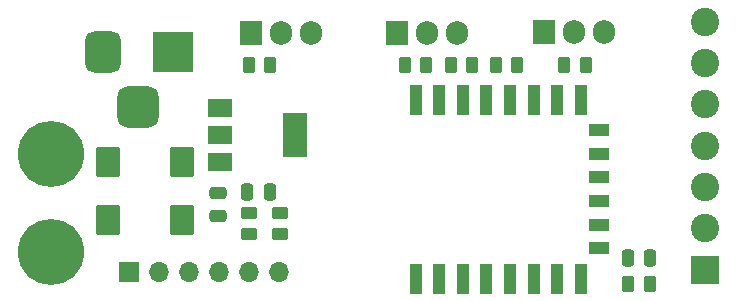
<source format=gbr>
%TF.GenerationSoftware,KiCad,Pcbnew,7.0.6*%
%TF.CreationDate,2024-04-30T22:33:33+02:00*%
%TF.ProjectId,MatchboxV2_HC,4d617463-6862-46f7-9856-325f48432e6b,rev?*%
%TF.SameCoordinates,Original*%
%TF.FileFunction,Soldermask,Top*%
%TF.FilePolarity,Negative*%
%FSLAX46Y46*%
G04 Gerber Fmt 4.6, Leading zero omitted, Abs format (unit mm)*
G04 Created by KiCad (PCBNEW 7.0.6) date 2024-04-30 22:33:33*
%MOMM*%
%LPD*%
G01*
G04 APERTURE LIST*
G04 Aperture macros list*
%AMRoundRect*
0 Rectangle with rounded corners*
0 $1 Rounding radius*
0 $2 $3 $4 $5 $6 $7 $8 $9 X,Y pos of 4 corners*
0 Add a 4 corners polygon primitive as box body*
4,1,4,$2,$3,$4,$5,$6,$7,$8,$9,$2,$3,0*
0 Add four circle primitives for the rounded corners*
1,1,$1+$1,$2,$3*
1,1,$1+$1,$4,$5*
1,1,$1+$1,$6,$7*
1,1,$1+$1,$8,$9*
0 Add four rect primitives between the rounded corners*
20,1,$1+$1,$2,$3,$4,$5,0*
20,1,$1+$1,$4,$5,$6,$7,0*
20,1,$1+$1,$6,$7,$8,$9,0*
20,1,$1+$1,$8,$9,$2,$3,0*%
G04 Aperture macros list end*
%ADD10R,1.905000X2.000000*%
%ADD11O,1.905000X2.000000*%
%ADD12RoundRect,0.250000X-0.250000X-0.475000X0.250000X-0.475000X0.250000X0.475000X-0.250000X0.475000X0*%
%ADD13RoundRect,0.250000X-0.450000X0.262500X-0.450000X-0.262500X0.450000X-0.262500X0.450000X0.262500X0*%
%ADD14RoundRect,0.250000X-0.475000X0.250000X-0.475000X-0.250000X0.475000X-0.250000X0.475000X0.250000X0*%
%ADD15RoundRect,0.250000X-0.262500X-0.450000X0.262500X-0.450000X0.262500X0.450000X-0.262500X0.450000X0*%
%ADD16RoundRect,0.250000X0.787500X1.025000X-0.787500X1.025000X-0.787500X-1.025000X0.787500X-1.025000X0*%
%ADD17R,2.400000X2.400000*%
%ADD18C,2.400000*%
%ADD19C,3.600000*%
%ADD20C,5.600000*%
%ADD21R,3.500000X3.500000*%
%ADD22RoundRect,0.750000X-0.750000X-1.000000X0.750000X-1.000000X0.750000X1.000000X-0.750000X1.000000X0*%
%ADD23RoundRect,0.875000X-0.875000X-0.875000X0.875000X-0.875000X0.875000X0.875000X-0.875000X0.875000X0*%
%ADD24RoundRect,0.250000X0.262500X0.450000X-0.262500X0.450000X-0.262500X-0.450000X0.262500X-0.450000X0*%
%ADD25R,1.000000X2.500000*%
%ADD26R,1.800000X1.000000*%
%ADD27R,1.700000X1.700000*%
%ADD28O,1.700000X1.700000*%
%ADD29R,2.000000X1.500000*%
%ADD30R,2.000000X3.800000*%
%ADD31RoundRect,0.250000X0.450000X-0.262500X0.450000X0.262500X-0.450000X0.262500X-0.450000X-0.262500X0*%
G04 APERTURE END LIST*
D10*
%TO.C,Q2*%
X149960000Y-82345000D03*
D11*
X152500000Y-82345000D03*
X155040000Y-82345000D03*
%TD*%
D12*
%TO.C,C3*%
X169450000Y-101400000D03*
X171350000Y-101400000D03*
%TD*%
D13*
%TO.C,R1*%
X140000000Y-97587500D03*
X140000000Y-99412500D03*
%TD*%
D14*
%TO.C,C2*%
X134800000Y-95950000D03*
X134800000Y-97850000D03*
%TD*%
D15*
%TO.C,R7*%
X150587500Y-85100000D03*
X152412500Y-85100000D03*
%TD*%
D16*
%TO.C,C1*%
X131712500Y-93300000D03*
X125487500Y-93300000D03*
%TD*%
D17*
%TO.C,J4*%
X176000000Y-102400000D03*
D18*
X176000000Y-98900000D03*
X176000000Y-95400000D03*
X176000000Y-91900000D03*
X176000000Y-88400000D03*
X176000000Y-84900000D03*
X176000000Y-81400000D03*
%TD*%
D10*
%TO.C,Q1*%
X137560000Y-82345000D03*
D11*
X140100000Y-82345000D03*
X142640000Y-82345000D03*
%TD*%
D19*
%TO.C,H1*%
X120600000Y-92600000D03*
D20*
X120600000Y-92600000D03*
%TD*%
D21*
%TO.C,J3*%
X131000000Y-83942500D03*
D22*
X125000000Y-83942500D03*
D23*
X128000000Y-88642500D03*
%TD*%
D24*
%TO.C,R4*%
X156312500Y-85100000D03*
X154487500Y-85100000D03*
%TD*%
D15*
%TO.C,R2*%
X169487500Y-103600000D03*
X171312500Y-103600000D03*
%TD*%
D16*
%TO.C,C4*%
X131712500Y-98200000D03*
X125487500Y-98200000D03*
%TD*%
D12*
%TO.C,C5*%
X137250000Y-95800000D03*
X139150000Y-95800000D03*
%TD*%
D15*
%TO.C,R8*%
X164087500Y-85100000D03*
X165912500Y-85100000D03*
%TD*%
D25*
%TO.C,U1*%
X151500000Y-103200000D03*
X153500000Y-103200000D03*
X155500000Y-103200000D03*
X157500000Y-103200000D03*
X159500000Y-103200000D03*
X161500000Y-103200000D03*
X163500000Y-103200000D03*
X165500000Y-103200000D03*
D26*
X167000000Y-100600000D03*
X167000000Y-98600000D03*
X167000000Y-96600000D03*
X167000000Y-94600000D03*
X167000000Y-92600000D03*
X167000000Y-90600000D03*
D25*
X165500000Y-88000000D03*
X163500000Y-88000000D03*
X161500000Y-88000000D03*
X159500000Y-88000000D03*
X157500000Y-88000000D03*
X155500000Y-88000000D03*
X153500000Y-88000000D03*
X151500000Y-88000000D03*
%TD*%
D27*
%TO.C,J1*%
X127250000Y-102600000D03*
D28*
X129790000Y-102600000D03*
X132330000Y-102600000D03*
X134870000Y-102600000D03*
X137410000Y-102600000D03*
X139950000Y-102600000D03*
%TD*%
D24*
%TO.C,R5*%
X160112500Y-85100000D03*
X158287500Y-85100000D03*
%TD*%
D29*
%TO.C,U3*%
X134950000Y-88700000D03*
X134950000Y-91000000D03*
D30*
X141250000Y-91000000D03*
D29*
X134950000Y-93300000D03*
%TD*%
D19*
%TO.C,H2*%
X120600000Y-100900000D03*
D20*
X120600000Y-100900000D03*
%TD*%
D31*
%TO.C,R3*%
X137400000Y-99412500D03*
X137400000Y-97587500D03*
%TD*%
D10*
%TO.C,Q3*%
X162400000Y-82300000D03*
D11*
X164940000Y-82300000D03*
X167480000Y-82300000D03*
%TD*%
D15*
%TO.C,R6*%
X137387500Y-85100000D03*
X139212500Y-85100000D03*
%TD*%
M02*

</source>
